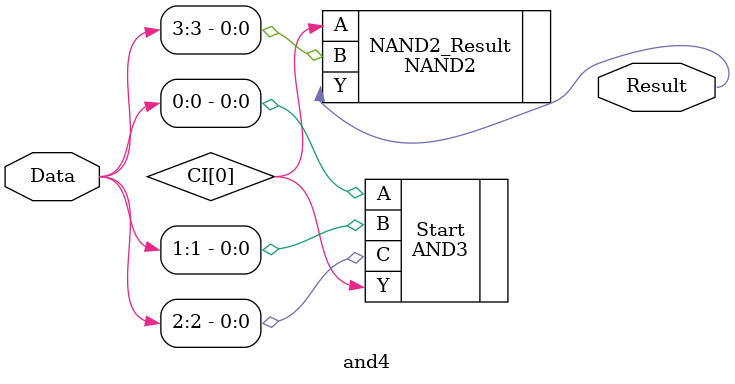
<source format=v>
`timescale 1 ns/100 ps


module and4(
       Data,
       Result
    );
input  [3:0] Data;
output Result;

    wire \CI[0] ;
    
    AND3 Start (.A(Data[0]), .B(Data[1]), .C(Data[2]), .Y(\CI[0] ));
    NAND2 NAND2_Result (.A(\CI[0] ), .B(Data[3]), .Y(Result));
    
endmodule

// _Disclaimer: Please leave the following comments in the file, they are for internal purposes only._


// _GEN_File_Contents_

// Version:11.9.0.4
// ACTGENU_CALL:1
// BATCH:T
// FAM:PA3LC
// OUTFORMAT:Verilog
// LPMTYPE:LPM_AND
// LPM_HINT:NONE
// INSERT_PAD:NO
// INSERT_IOREG:NO
// GEN_BHV_VHDL_VAL:F
// GEN_BHV_VERILOG_VAL:F
// MGNTIMER:F
// MGNCMPL:T
// DESDIR:D:/project/program/QUARTUS/eda/Counter/smartgen\and4
// GEN_BEHV_MODULE:F
// SMARTGEN_DIE:IS2X2M1
// SMARTGEN_PACKAGE:vq100
// AGENIII_IS_SUBPROJECT_LIBERO:T
// SIZE:4
// RESULT_POLARITY:0

// _End_Comments_


</source>
